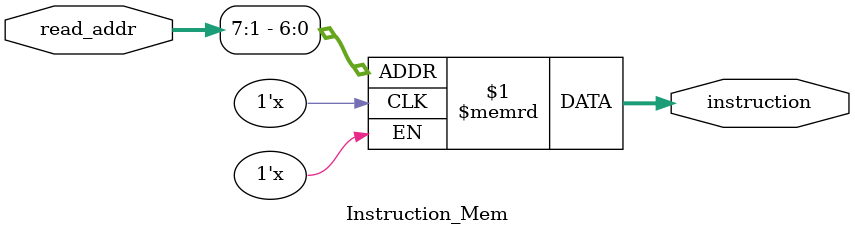
<source format=v>

`timescale 1ns / 1ps

module Instruction_Mem(
    input [PC_WIDTH-1:0] read_addr,
    output [INST_WIDTH-1:0] instruction
    );
    
    parameter PC_WIDTH = 8;
    parameter INST_WIDTH = 16;

    reg [INST_WIDTH-1:0] rom [127:0];  
    
    initial  
    begin


    end

    assign instruction = rom[read_addr[7:1]]; 
endmodule

// ISA: 
// LD:    (opcode)  (destination register)  (address register)  (immediate (warp_mask))
//        (0001)    (rrrr)                  (rrrr)              (iiii)

// ST:    (opcode)  (source register)       (address register)  (immediate)
//        (0010)    (rrrr)                  (rrrr)              (iiii)

// PUSH:  (opcode)  (source register)       (PE register (which PE a given thread should push to))  (systolic array ID)  (reserved)
//        (0100)    (rrrr)                  (rrr)                                                  (ii)                  (xxx)

// PULL:  (opcode)  (destination register)  (PE register)                                           (systolic array ID)  (reserved)
//        (0101)    (rrrr)                  (rrrr)                                                  (ii)                 (xx)

// LDG (load global reg) (will be just loaded with immediate)
// LDG:   (opcode)  (destination register)  (immediate)
//        (1000)    (rrrr)                  (iiiiiiii)
</source>
